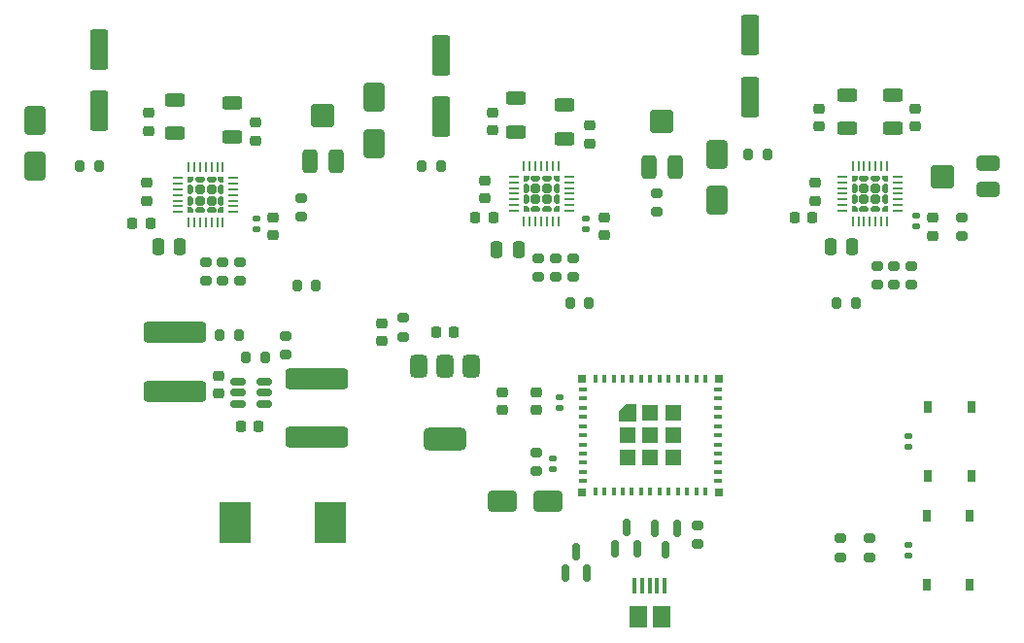
<source format=gbr>
%TF.GenerationSoftware,KiCad,Pcbnew,9.0.0*%
%TF.CreationDate,2025-05-09T17:06:20-07:00*%
%TF.ProjectId,Motor_Controller_Board_v1,4d6f746f-725f-4436-9f6e-74726f6c6c65,v1*%
%TF.SameCoordinates,Original*%
%TF.FileFunction,Paste,Top*%
%TF.FilePolarity,Positive*%
%FSLAX46Y46*%
G04 Gerber Fmt 4.6, Leading zero omitted, Abs format (unit mm)*
G04 Created by KiCad (PCBNEW 9.0.0) date 2025-05-09 17:06:20*
%MOMM*%
%LPD*%
G01*
G04 APERTURE LIST*
G04 Aperture macros list*
%AMRoundRect*
0 Rectangle with rounded corners*
0 $1 Rounding radius*
0 $2 $3 $4 $5 $6 $7 $8 $9 X,Y pos of 4 corners*
0 Add a 4 corners polygon primitive as box body*
4,1,4,$2,$3,$4,$5,$6,$7,$8,$9,$2,$3,0*
0 Add four circle primitives for the rounded corners*
1,1,$1+$1,$2,$3*
1,1,$1+$1,$4,$5*
1,1,$1+$1,$6,$7*
1,1,$1+$1,$8,$9*
0 Add four rect primitives between the rounded corners*
20,1,$1+$1,$2,$3,$4,$5,0*
20,1,$1+$1,$4,$5,$6,$7,0*
20,1,$1+$1,$6,$7,$8,$9,0*
20,1,$1+$1,$8,$9,$2,$3,0*%
%AMFreePoly0*
4,1,19,0.197042,0.235489,0.244234,0.181026,0.255792,0.127896,0.255792,-0.127896,0.235489,-0.197042,0.181026,-0.244234,0.127896,-0.255792,-0.127896,-0.255792,-0.197042,-0.235489,-0.244234,-0.181026,-0.255792,-0.127896,-0.255792,-0.037322,-0.235489,0.031824,-0.218332,0.053114,-0.053114,0.218332,0.010136,0.252869,0.037322,0.255792,0.127896,0.255792,0.197042,0.235489,0.197042,0.235489,
$1*%
%AMFreePoly1*
4,1,21,0.197042,0.388965,0.244234,0.334502,0.255792,0.281372,0.255792,-0.281372,0.235489,-0.350518,0.181026,-0.397710,0.127896,-0.409268,0.003297,-0.409268,-0.065849,-0.388965,-0.087139,-0.371808,-0.218332,-0.240614,-0.252869,-0.177364,-0.255792,-0.150178,-0.255792,0.150178,-0.235489,0.219324,-0.218332,0.240614,-0.087139,0.371808,-0.023890,0.406345,0.003297,0.409268,0.127896,0.409268,
0.197042,0.388965,0.197042,0.388965,$1*%
%AMFreePoly2*
4,1,19,0.197042,0.235489,0.244234,0.181026,0.255792,0.127896,0.255792,-0.127896,0.235489,-0.197042,0.181026,-0.244234,0.127896,-0.255792,0.037322,-0.255792,-0.031824,-0.235489,-0.053114,-0.218332,-0.218332,-0.053114,-0.252869,0.010136,-0.255792,0.037322,-0.255792,0.127896,-0.235489,0.197042,-0.181026,0.244234,-0.127896,0.255792,0.127896,0.255792,0.197042,0.235489,0.197042,0.235489,
$1*%
%AMFreePoly3*
4,1,21,0.219324,0.235489,0.240614,0.218332,0.371808,0.087139,0.406345,0.023890,0.409268,-0.003297,0.409268,-0.127896,0.388965,-0.197042,0.334502,-0.244234,0.281372,-0.255792,-0.281372,-0.255792,-0.350518,-0.235489,-0.397710,-0.181026,-0.409268,-0.127896,-0.409268,-0.003297,-0.388965,0.065849,-0.371808,0.087139,-0.240614,0.218332,-0.177364,0.252869,-0.150178,0.255792,0.150178,0.255792,
0.219324,0.235489,0.219324,0.235489,$1*%
%AMFreePoly4*
4,1,25,0.252563,0.389951,0.272819,0.373627,0.373627,0.272819,0.406487,0.212641,0.409268,0.186775,0.409268,-0.186775,0.389951,-0.252563,0.373627,-0.272819,0.272819,-0.373627,0.212641,-0.406487,0.186775,-0.409268,-0.186775,-0.409268,-0.252563,-0.389951,-0.272819,-0.373627,-0.373627,-0.272819,-0.406487,-0.212641,-0.409268,-0.186775,-0.409268,0.186775,-0.389951,0.252563,-0.373627,0.272819,
-0.272819,0.373627,-0.212641,0.406487,-0.186775,0.409268,0.186775,0.409268,0.252563,0.389951,0.252563,0.389951,$1*%
%AMFreePoly5*
4,1,21,0.350518,0.235489,0.397710,0.181026,0.409268,0.127896,0.409268,0.003297,0.388965,-0.065849,0.371808,-0.087139,0.240614,-0.218332,0.177364,-0.252869,0.150178,-0.255792,-0.150178,-0.255792,-0.219324,-0.235489,-0.240614,-0.218332,-0.371808,-0.087139,-0.406345,-0.023890,-0.409268,0.003297,-0.409268,0.127896,-0.388965,0.197042,-0.334502,0.244234,-0.281372,0.255792,0.281372,0.255792,
0.350518,0.235489,0.350518,0.235489,$1*%
%AMFreePoly6*
4,1,19,0.031824,0.235489,0.053114,0.218332,0.218332,0.053114,0.252869,-0.010136,0.255792,-0.037322,0.255792,-0.127896,0.235489,-0.197042,0.181026,-0.244234,0.127896,-0.255792,-0.127896,-0.255792,-0.197042,-0.235489,-0.244234,-0.181026,-0.255792,-0.127896,-0.255792,0.127896,-0.235489,0.197042,-0.181026,0.244234,-0.127896,0.255792,-0.037322,0.255792,0.031824,0.235489,0.031824,0.235489,
$1*%
%AMFreePoly7*
4,1,21,0.065849,0.388965,0.087139,0.371808,0.218332,0.240614,0.252869,0.177364,0.255792,0.150178,0.255792,-0.150178,0.235489,-0.219324,0.218332,-0.240614,0.087139,-0.371808,0.023890,-0.406345,-0.003297,-0.409268,-0.127896,-0.409268,-0.197042,-0.388965,-0.244234,-0.334502,-0.255792,-0.281372,-0.255792,0.281372,-0.235489,0.350518,-0.181026,0.397710,-0.127896,0.409268,-0.003297,0.409268,
0.065849,0.388965,0.065849,0.388965,$1*%
%AMFreePoly8*
4,1,19,0.197042,0.235489,0.244234,0.181026,0.255792,0.127896,0.255792,0.037322,0.235489,-0.031824,0.218332,-0.053114,0.053114,-0.218332,-0.010136,-0.252869,-0.037322,-0.255792,-0.127896,-0.255792,-0.197042,-0.235489,-0.244234,-0.181026,-0.255792,-0.127896,-0.255792,0.127896,-0.235489,0.197042,-0.181026,0.244234,-0.127896,0.255792,0.127896,0.255792,0.197042,0.235489,0.197042,0.235489,
$1*%
%AMFreePoly9*
4,1,6,0.725000,-0.725000,-0.725000,-0.725000,-0.725000,0.125000,-0.125000,0.725000,0.725000,0.725000,0.725000,-0.725000,0.725000,-0.725000,$1*%
G04 Aperture macros list end*
%ADD10RoundRect,0.200000X0.200000X0.275000X-0.200000X0.275000X-0.200000X-0.275000X0.200000X-0.275000X0*%
%ADD11RoundRect,0.250000X0.400000X0.750000X-0.400000X0.750000X-0.400000X-0.750000X0.400000X-0.750000X0*%
%ADD12RoundRect,0.250000X0.750000X0.750000X-0.750000X0.750000X-0.750000X-0.750000X0.750000X-0.750000X0*%
%ADD13RoundRect,0.225000X-0.250000X0.225000X-0.250000X-0.225000X0.250000X-0.225000X0.250000X0.225000X0*%
%ADD14RoundRect,0.200000X0.275000X-0.200000X0.275000X0.200000X-0.275000X0.200000X-0.275000X-0.200000X0*%
%ADD15RoundRect,0.250000X-1.000000X-0.650000X1.000000X-0.650000X1.000000X0.650000X-1.000000X0.650000X0*%
%ADD16RoundRect,0.225000X-0.225000X-0.250000X0.225000X-0.250000X0.225000X0.250000X-0.225000X0.250000X0*%
%ADD17RoundRect,0.150000X0.150000X-0.587500X0.150000X0.587500X-0.150000X0.587500X-0.150000X-0.587500X0*%
%ADD18R,0.750000X1.000000*%
%ADD19RoundRect,0.250000X0.550000X-1.500000X0.550000X1.500000X-0.550000X1.500000X-0.550000X-1.500000X0*%
%ADD20RoundRect,0.140000X0.170000X-0.140000X0.170000X0.140000X-0.170000X0.140000X-0.170000X-0.140000X0*%
%ADD21RoundRect,0.250000X-0.750000X0.400000X-0.750000X-0.400000X0.750000X-0.400000X0.750000X0.400000X0*%
%ADD22RoundRect,0.250000X-0.750000X0.750000X-0.750000X-0.750000X0.750000X-0.750000X0.750000X0.750000X0*%
%ADD23RoundRect,0.225000X0.250000X-0.225000X0.250000X0.225000X-0.250000X0.225000X-0.250000X-0.225000X0*%
%ADD24RoundRect,0.225000X0.225000X0.250000X-0.225000X0.250000X-0.225000X-0.250000X0.225000X-0.250000X0*%
%ADD25RoundRect,0.250000X0.250000X0.475000X-0.250000X0.475000X-0.250000X-0.475000X0.250000X-0.475000X0*%
%ADD26RoundRect,0.250000X-0.650000X1.000000X-0.650000X-1.000000X0.650000X-1.000000X0.650000X1.000000X0*%
%ADD27RoundRect,0.250000X0.625000X-0.312500X0.625000X0.312500X-0.625000X0.312500X-0.625000X-0.312500X0*%
%ADD28RoundRect,0.200000X-0.200000X-0.275000X0.200000X-0.275000X0.200000X0.275000X-0.200000X0.275000X0*%
%ADD29RoundRect,0.140000X-0.170000X0.140000X-0.170000X-0.140000X0.170000X-0.140000X0.170000X0.140000X0*%
%ADD30RoundRect,0.200000X-0.275000X0.200000X-0.275000X-0.200000X0.275000X-0.200000X0.275000X0.200000X0*%
%ADD31RoundRect,0.250000X2.450000X-0.650000X2.450000X0.650000X-2.450000X0.650000X-2.450000X-0.650000X0*%
%ADD32RoundRect,0.218750X0.256250X-0.218750X0.256250X0.218750X-0.256250X0.218750X-0.256250X-0.218750X0*%
%ADD33RoundRect,0.250000X0.650000X-1.000000X0.650000X1.000000X-0.650000X1.000000X-0.650000X-1.000000X0*%
%ADD34RoundRect,0.062500X-0.062500X-0.387500X0.062500X-0.387500X0.062500X0.387500X-0.062500X0.387500X0*%
%ADD35RoundRect,0.062500X-0.387500X-0.062500X0.387500X-0.062500X0.387500X0.062500X-0.387500X0.062500X0*%
%ADD36FreePoly0,0.000000*%
%ADD37FreePoly1,0.000000*%
%ADD38FreePoly2,0.000000*%
%ADD39FreePoly3,0.000000*%
%ADD40FreePoly4,0.000000*%
%ADD41FreePoly5,0.000000*%
%ADD42FreePoly6,0.000000*%
%ADD43FreePoly7,0.000000*%
%ADD44FreePoly8,0.000000*%
%ADD45R,2.700000X3.600000*%
%ADD46R,1.500000X1.900000*%
%ADD47R,0.400000X1.350000*%
%ADD48RoundRect,0.375000X-0.375000X0.625000X-0.375000X-0.625000X0.375000X-0.625000X0.375000X0.625000X0*%
%ADD49RoundRect,0.500000X-1.400000X0.500000X-1.400000X-0.500000X1.400000X-0.500000X1.400000X0.500000X0*%
%ADD50RoundRect,0.150000X0.512500X0.150000X-0.512500X0.150000X-0.512500X-0.150000X0.512500X-0.150000X0*%
%ADD51RoundRect,0.150000X-0.150000X0.587500X-0.150000X-0.587500X0.150000X-0.587500X0.150000X0.587500X0*%
%ADD52R,0.700000X0.700000*%
%ADD53R,1.450000X1.450000*%
%ADD54FreePoly9,0.000000*%
%ADD55R,0.400000X0.800000*%
%ADD56R,0.800000X0.400000*%
G04 APERTURE END LIST*
D10*
%TO.C,R417*%
X143820000Y-105930000D03*
X145470000Y-105930000D03*
%TD*%
D11*
%TO.C,RV403*%
X163570000Y-106030000D03*
D12*
X164720000Y-102030000D03*
D11*
X165870000Y-106030000D03*
%TD*%
D13*
%TO.C,C414*%
X129270000Y-103680000D03*
X129270000Y-102130000D03*
%TD*%
%TO.C,C203*%
X126070000Y-125755000D03*
X126070000Y-124205000D03*
%TD*%
D14*
%TO.C,R418*%
X155470000Y-113930000D03*
X155470000Y-115580000D03*
%TD*%
D15*
%TO.C,D303*%
X154820000Y-135130000D03*
X150820000Y-135130000D03*
%TD*%
D16*
%TO.C,C205*%
X146595000Y-120380000D03*
X145045000Y-120380000D03*
%TD*%
D11*
%TO.C,RV402*%
X134020000Y-105530000D03*
D12*
X135170000Y-101530000D03*
D11*
X136320000Y-105530000D03*
%TD*%
D17*
%TO.C,D304*%
X157270000Y-139505000D03*
X158220000Y-141380000D03*
X156320000Y-141380000D03*
%TD*%
D18*
%TO.C,SW301*%
X187920000Y-132930000D03*
X187920000Y-126930000D03*
X191670000Y-132930000D03*
X191670000Y-126930000D03*
%TD*%
D19*
%TO.C,C407*%
X172365000Y-94530000D03*
X172365000Y-99930000D03*
%TD*%
D13*
%TO.C,C424*%
X149270000Y-108705000D03*
X149270000Y-107155000D03*
%TD*%
D20*
%TO.C,C409*%
X129370000Y-110450000D03*
X129370000Y-111410000D03*
%TD*%
D21*
%TO.C,RV401*%
X193170000Y-107980000D03*
D22*
X189170000Y-106830000D03*
D21*
X193170000Y-105680000D03*
%TD*%
D23*
%TO.C,C206*%
X150820000Y-125605000D03*
X150820000Y-127155000D03*
%TD*%
D13*
%TO.C,C413*%
X120000000Y-102850000D03*
X120000000Y-101300000D03*
%TD*%
%TO.C,C418*%
X159720000Y-111930000D03*
X159720000Y-110380000D03*
%TD*%
D24*
%TO.C,C403*%
X176300000Y-110430000D03*
X177850000Y-110430000D03*
%TD*%
D19*
%TO.C,C423*%
X145470000Y-96230000D03*
X145470000Y-101630000D03*
%TD*%
D25*
%TO.C,C420*%
X150320000Y-113180000D03*
X152220000Y-113180000D03*
%TD*%
D26*
%TO.C,D401*%
X169520000Y-108905000D03*
X169520000Y-104905000D03*
%TD*%
D27*
%TO.C,R414*%
X122270000Y-100137500D03*
X122270000Y-103062500D03*
%TD*%
D14*
%TO.C,R415*%
X124970000Y-114280000D03*
X124970000Y-115930000D03*
%TD*%
D28*
%TO.C,R419*%
X158370000Y-117830000D03*
X156720000Y-117830000D03*
%TD*%
D14*
%TO.C,R411*%
X126470000Y-114280000D03*
X126470000Y-115930000D03*
%TD*%
D13*
%TO.C,C402*%
X188350000Y-111980000D03*
X188350000Y-110430000D03*
%TD*%
D10*
%TO.C,R402*%
X172275000Y-104930000D03*
X173925000Y-104930000D03*
%TD*%
D14*
%TO.C,R403*%
X184970000Y-114605000D03*
X184970000Y-116255000D03*
%TD*%
D29*
%TO.C,C304*%
X155242000Y-132340000D03*
X155242000Y-131380000D03*
%TD*%
D19*
%TO.C,C415*%
X115670000Y-95730000D03*
X115670000Y-101130000D03*
%TD*%
D30*
%TO.C,R407*%
X133270000Y-110330000D03*
X133270000Y-108680000D03*
%TD*%
%TO.C,R203*%
X131970000Y-122355000D03*
X131970000Y-120705000D03*
%TD*%
D31*
%TO.C,C204*%
X134670000Y-124430000D03*
X134670000Y-129530000D03*
%TD*%
D30*
%TO.C,R412*%
X164270000Y-109930000D03*
X164270000Y-108280000D03*
%TD*%
D20*
%TO.C,C401*%
X186850000Y-110200000D03*
X186850000Y-111160000D03*
%TD*%
D30*
%TO.C,R201*%
X142170000Y-120790000D03*
X142170000Y-119140000D03*
%TD*%
D32*
%TO.C,D201*%
X140320000Y-119592500D03*
X140320000Y-121167500D03*
%TD*%
D30*
%TO.C,R302*%
X182820000Y-140030000D03*
X182820000Y-138380000D03*
%TD*%
D27*
%TO.C,R421*%
X151970000Y-100005000D03*
X151970000Y-102930000D03*
%TD*%
D25*
%TO.C,C412*%
X120850000Y-112930000D03*
X122750000Y-112930000D03*
%TD*%
D33*
%TO.C,D402*%
X110070000Y-101930000D03*
X110070000Y-105930000D03*
%TD*%
D28*
%TO.C,R202*%
X127870000Y-120680000D03*
X126220000Y-120680000D03*
%TD*%
D31*
%TO.C,C202*%
X122270000Y-120430000D03*
X122270000Y-125530000D03*
%TD*%
D33*
%TO.C,D403*%
X139600000Y-99930000D03*
X139600000Y-103930000D03*
%TD*%
D27*
%TO.C,R404*%
X184850000Y-99717500D03*
X184850000Y-102642500D03*
%TD*%
D13*
%TO.C,C421*%
X149970000Y-102775000D03*
X149970000Y-101225000D03*
%TD*%
D30*
%TO.C,R401*%
X190870000Y-112055000D03*
X190870000Y-110405000D03*
%TD*%
D34*
%TO.C,U401*%
X181350000Y-105930000D03*
X181850000Y-105930000D03*
X182350000Y-105930000D03*
X182850000Y-105930000D03*
X183350000Y-105930000D03*
X183850000Y-105930000D03*
X184350000Y-105930000D03*
D35*
X185250000Y-106830000D03*
X185250000Y-107330000D03*
X185250000Y-107830000D03*
X185250000Y-108330000D03*
X185250000Y-108830000D03*
X185250000Y-109330000D03*
X185250000Y-109830000D03*
D34*
X184350000Y-110730000D03*
X183850000Y-110730000D03*
X183350000Y-110730000D03*
X182850000Y-110730000D03*
X182350000Y-110730000D03*
X181850000Y-110730000D03*
X181350000Y-110730000D03*
D35*
X180450000Y-109830000D03*
X180450000Y-109330000D03*
X180450000Y-108830000D03*
X180450000Y-108330000D03*
X180450000Y-107830000D03*
X180450000Y-107330000D03*
X180450000Y-106830000D03*
D36*
X184162500Y-109642500D03*
D37*
X184162500Y-108830000D03*
X184162500Y-107830000D03*
D38*
X184162500Y-107017500D03*
D39*
X183350000Y-109642500D03*
D40*
X183350000Y-108830000D03*
X183350000Y-107830000D03*
D41*
X183350000Y-107017500D03*
D39*
X182350000Y-109642500D03*
D40*
X182350000Y-108830000D03*
X182350000Y-107830000D03*
D41*
X182350000Y-107017500D03*
D42*
X181537500Y-109642500D03*
D43*
X181537500Y-108830000D03*
X181537500Y-107830000D03*
D44*
X181537500Y-107017500D03*
%TD*%
D30*
%TO.C,R303*%
X180310000Y-140030000D03*
X180310000Y-138380000D03*
%TD*%
D45*
%TO.C,L201*%
X135820000Y-136980000D03*
X127520000Y-136980000D03*
%TD*%
D24*
%TO.C,C411*%
X118595000Y-110930000D03*
X120145000Y-110930000D03*
%TD*%
D27*
%TO.C,R420*%
X156260000Y-100605000D03*
X156260000Y-103530000D03*
%TD*%
D46*
%TO.C,J302*%
X164670000Y-145205000D03*
X162670000Y-145205000D03*
D47*
X164970000Y-142505000D03*
X164320000Y-142505000D03*
X163670000Y-142505000D03*
X163020000Y-142505000D03*
X162370000Y-142505000D03*
%TD*%
D29*
%TO.C,C301*%
X155830000Y-127035000D03*
X155830000Y-126075000D03*
%TD*%
D24*
%TO.C,C419*%
X148470000Y-110430000D03*
X150020000Y-110430000D03*
%TD*%
D25*
%TO.C,C404*%
X179400000Y-112930000D03*
X181300000Y-112930000D03*
%TD*%
D14*
%TO.C,R304*%
X167820000Y-137230000D03*
X167820000Y-138880000D03*
%TD*%
D48*
%TO.C,U202*%
X143520000Y-123380000D03*
D49*
X145820000Y-129680000D03*
D48*
X145820000Y-123380000D03*
X148120000Y-123380000D03*
%TD*%
D16*
%TO.C,C201*%
X129595000Y-128630000D03*
X128045000Y-128630000D03*
%TD*%
D29*
%TO.C,C303*%
X186170000Y-130390000D03*
X186170000Y-129430000D03*
%TD*%
D13*
%TO.C,C405*%
X178400000Y-102475000D03*
X178400000Y-100925000D03*
%TD*%
%TO.C,C416*%
X119850000Y-108930000D03*
X119850000Y-107380000D03*
%TD*%
D29*
%TO.C,C305*%
X186170000Y-139890000D03*
X186170000Y-138930000D03*
%TD*%
D14*
%TO.C,R423*%
X156970000Y-113930000D03*
X156970000Y-115580000D03*
%TD*%
D27*
%TO.C,R413*%
X127270000Y-100442500D03*
X127270000Y-103367500D03*
%TD*%
D13*
%TO.C,C406*%
X186790000Y-102485000D03*
X186790000Y-100935000D03*
%TD*%
D34*
%TO.C,U403*%
X152720000Y-105930000D03*
X153220000Y-105930000D03*
X153720000Y-105930000D03*
X154220000Y-105930000D03*
X154720000Y-105930000D03*
X155220000Y-105930000D03*
X155720000Y-105930000D03*
D35*
X156620000Y-106830000D03*
X156620000Y-107330000D03*
X156620000Y-107830000D03*
X156620000Y-108330000D03*
X156620000Y-108830000D03*
X156620000Y-109330000D03*
X156620000Y-109830000D03*
D34*
X155720000Y-110730000D03*
X155220000Y-110730000D03*
X154720000Y-110730000D03*
X154220000Y-110730000D03*
X153720000Y-110730000D03*
X153220000Y-110730000D03*
X152720000Y-110730000D03*
D35*
X151820000Y-109830000D03*
X151820000Y-109330000D03*
X151820000Y-108830000D03*
X151820000Y-108330000D03*
X151820000Y-107830000D03*
X151820000Y-107330000D03*
X151820000Y-106830000D03*
D36*
X155532500Y-109642500D03*
D37*
X155532500Y-108830000D03*
X155532500Y-107830000D03*
D38*
X155532500Y-107017500D03*
D39*
X154720000Y-109642500D03*
D40*
X154720000Y-108830000D03*
X154720000Y-107830000D03*
D41*
X154720000Y-107017500D03*
D39*
X153720000Y-109642500D03*
D40*
X153720000Y-108830000D03*
X153720000Y-107830000D03*
D41*
X153720000Y-107017500D03*
D42*
X152907500Y-109642500D03*
D43*
X152907500Y-108830000D03*
X152907500Y-107830000D03*
D44*
X152907500Y-107017500D03*
%TD*%
D10*
%TO.C,R409*%
X179970000Y-117830000D03*
X181620000Y-117830000D03*
%TD*%
D34*
%TO.C,U402*%
X123470000Y-106030000D03*
X123970000Y-106030000D03*
X124470000Y-106030000D03*
X124970000Y-106030000D03*
X125470000Y-106030000D03*
X125970000Y-106030000D03*
X126470000Y-106030000D03*
D35*
X127370000Y-106930000D03*
X127370000Y-107430000D03*
X127370000Y-107930000D03*
X127370000Y-108430000D03*
X127370000Y-108930000D03*
X127370000Y-109430000D03*
X127370000Y-109930000D03*
D34*
X126470000Y-110830000D03*
X125970000Y-110830000D03*
X125470000Y-110830000D03*
X124970000Y-110830000D03*
X124470000Y-110830000D03*
X123970000Y-110830000D03*
X123470000Y-110830000D03*
D35*
X122570000Y-109930000D03*
X122570000Y-109430000D03*
X122570000Y-108930000D03*
X122570000Y-108430000D03*
X122570000Y-107930000D03*
X122570000Y-107430000D03*
X122570000Y-106930000D03*
D36*
X126282500Y-109742500D03*
D37*
X126282500Y-108930000D03*
X126282500Y-107930000D03*
D38*
X126282500Y-107117500D03*
D39*
X125470000Y-109742500D03*
D40*
X125470000Y-108930000D03*
X125470000Y-107930000D03*
D41*
X125470000Y-107117500D03*
D39*
X124470000Y-109742500D03*
D40*
X124470000Y-108930000D03*
X124470000Y-107930000D03*
D41*
X124470000Y-107117500D03*
D42*
X123657500Y-109742500D03*
D43*
X123657500Y-108930000D03*
X123657500Y-107930000D03*
D44*
X123657500Y-107117500D03*
%TD*%
D13*
%TO.C,C422*%
X158470000Y-103930000D03*
X158470000Y-102380000D03*
%TD*%
D14*
%TO.C,R422*%
X153970000Y-113930000D03*
X153970000Y-115580000D03*
%TD*%
D50*
%TO.C,U201*%
X127820000Y-126630000D03*
X127820000Y-125680000D03*
X127820000Y-124730000D03*
X130095000Y-124730000D03*
X130095000Y-125680000D03*
X130095000Y-126630000D03*
%TD*%
D51*
%TO.C,D302*%
X165070000Y-139380000D03*
X164120000Y-137505000D03*
X166020000Y-137505000D03*
%TD*%
D28*
%TO.C,R424*%
X134595000Y-116330000D03*
X132945000Y-116330000D03*
%TD*%
D52*
%TO.C,U301*%
X157770000Y-124430000D03*
X157770000Y-134330000D03*
X169670000Y-134330000D03*
X169670000Y-124430000D03*
D53*
X165695000Y-131355000D03*
X165695000Y-129380000D03*
X165695000Y-127405000D03*
X163720000Y-131355000D03*
X163720000Y-129380000D03*
X163720000Y-127405000D03*
X161745000Y-131355000D03*
X161745000Y-129380000D03*
D54*
X161745000Y-127405000D03*
D55*
X158920000Y-124480000D03*
X159720000Y-124480000D03*
X160520000Y-124480000D03*
X161320000Y-124480000D03*
X162120000Y-124480000D03*
X162920000Y-124480000D03*
X163720000Y-124480000D03*
X164520000Y-124480000D03*
X165320000Y-124480000D03*
X166120000Y-124480000D03*
X166920000Y-124480000D03*
X167720000Y-124480000D03*
X168520000Y-124480000D03*
D56*
X169620000Y-125380000D03*
X169620000Y-126180000D03*
X169620000Y-126980000D03*
X169620000Y-127780000D03*
X169620000Y-128580000D03*
X169620000Y-129380000D03*
X169620000Y-130180000D03*
X169620000Y-130980000D03*
X169620000Y-131780000D03*
X169620000Y-132580000D03*
X169620000Y-133380000D03*
D55*
X168520000Y-134280000D03*
X167720000Y-134280000D03*
X166920000Y-134280000D03*
X166120000Y-134280000D03*
X165320000Y-134280000D03*
X164520000Y-134280000D03*
X163720000Y-134280000D03*
X162920000Y-134280000D03*
X162120000Y-134280000D03*
X161320000Y-134280000D03*
X160520000Y-134280000D03*
X159720000Y-134280000D03*
X158920000Y-134280000D03*
D56*
X157820000Y-133380000D03*
X157820000Y-132580000D03*
X157820000Y-131780000D03*
X157820000Y-130980000D03*
X157820000Y-130180000D03*
X157820000Y-129380000D03*
X157820000Y-128580000D03*
X157820000Y-127780000D03*
X157820000Y-126980000D03*
X157820000Y-126180000D03*
X157820000Y-125380000D03*
%TD*%
D23*
%TO.C,C302*%
X153820000Y-125605000D03*
X153820000Y-127155000D03*
%TD*%
D28*
%TO.C,R204*%
X130145000Y-122630000D03*
X128495000Y-122630000D03*
%TD*%
D14*
%TO.C,R301*%
X153742000Y-130880000D03*
X153742000Y-132530000D03*
%TD*%
%TO.C,R416*%
X127970000Y-114280000D03*
X127970000Y-115930000D03*
%TD*%
D27*
%TO.C,R405*%
X180850000Y-99717500D03*
X180850000Y-102642500D03*
%TD*%
D14*
%TO.C,R408*%
X186470000Y-114605000D03*
X186470000Y-116255000D03*
%TD*%
D18*
%TO.C,SW302*%
X187795000Y-142430000D03*
X187795000Y-136430000D03*
X191545000Y-142430000D03*
X191545000Y-136430000D03*
%TD*%
D13*
%TO.C,C410*%
X130850000Y-111930000D03*
X130850000Y-110380000D03*
%TD*%
D20*
%TO.C,C417*%
X158070000Y-110450000D03*
X158070000Y-111410000D03*
%TD*%
D13*
%TO.C,C408*%
X178100000Y-108930000D03*
X178100000Y-107380000D03*
%TD*%
D14*
%TO.C,R406*%
X183490000Y-114605000D03*
X183490000Y-116255000D03*
%TD*%
D10*
%TO.C,R410*%
X114025000Y-105930000D03*
X115675000Y-105930000D03*
%TD*%
D17*
%TO.C,D301*%
X161620000Y-137380000D03*
X162570000Y-139255000D03*
X160670000Y-139255000D03*
%TD*%
M02*

</source>
